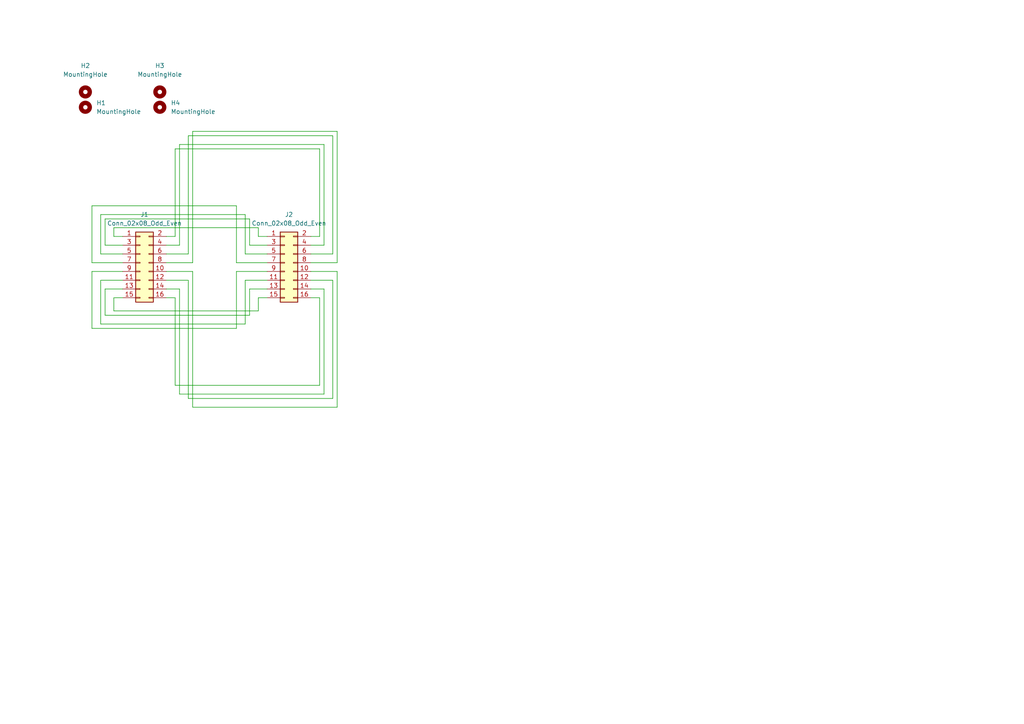
<source format=kicad_sch>
(kicad_sch (version 20211123) (generator eeschema)
  (paper "A4")
  (lib_symbols
    (symbol "Connector_Generic:Conn_02x08_Odd_Even" (pin_names (offset 1.016) hide)
      (property "Reference" "J" (at 1.27 10.16 0))
      (property "Value" "Conn_02x08_Odd_Even" (at 1.27 -12.7 0))
      (symbol "Conn_02x08_Odd_Even_1_1"
        (rectangle (start -1.27 -10.033) (end 0 -10.287) (stroke (width 0.1524)))
        (rectangle (start -1.27 -7.493) (end 0 -7.747) (stroke (width 0.1524)))
        (rectangle (start -1.27 -4.953) (end 0 -5.207) (stroke (width 0.1524)))
        (rectangle (start -1.27 -2.413) (end 0 -2.667) (stroke (width 0.1524)))
        (rectangle (start -1.27 0.127) (end 0 -0.127) (stroke (width 0.1524)))
        (rectangle (start -1.27 2.667) (end 0 2.413) (stroke (width 0.1524)))
        (rectangle (start -1.27 5.207) (end 0 4.953) (stroke (width 0.1524)))
        (rectangle (start -1.27 7.747) (end 0 7.493) (stroke (width 0.1524)))
        (rectangle (start -1.27 8.89) (end 3.81 -11.43) (stroke (width 0.254)) (fill (type background)))
        (rectangle (start 3.81 -10.033) (end 2.54 -10.287) (stroke (width 0.1524)))
        (rectangle (start 3.81 -7.493) (end 2.54 -7.747) (stroke (width 0.1524)))
        (rectangle (start 3.81 -4.953) (end 2.54 -5.207) (stroke (width 0.1524)))
        (rectangle (start 3.81 -2.413) (end 2.54 -2.667) (stroke (width 0.1524)))
        (rectangle (start 3.81 0.127) (end 2.54 -0.127) (stroke (width 0.1524)))
        (rectangle (start 3.81 2.667) (end 2.54 2.413) (stroke (width 0.1524)))
        (rectangle (start 3.81 5.207) (end 2.54 4.953) (stroke (width 0.1524)))
        (rectangle (start 3.81 7.747) (end 2.54 7.493) (stroke (width 0.1524)))
        (pin passive line (at -5.08 7.62 0) (length 3.81) (name "Pin_1") (number "1"))
        (pin passive line (at 7.62 -2.54 180) (length 3.81) (name "Pin_10") (number "10"))
        (pin passive line (at -5.08 -5.08 0) (length 3.81) (name "Pin_11") (number "11"))
        (pin passive line (at 7.62 -5.08 180) (length 3.81) (name "Pin_12") (number "12"))
        (pin passive line (at -5.08 -7.62 0) (length 3.81) (name "Pin_13") (number "13"))
        (pin passive line (at 7.62 -7.62 180) (length 3.81) (name "Pin_14") (number "14"))
        (pin passive line (at -5.08 -10.16 0) (length 3.81) (name "Pin_15") (number "15"))
        (pin passive line (at 7.62 -10.16 180) (length 3.81) (name "Pin_16") (number "16"))
        (pin passive line (at 7.62 7.62 180) (length 3.81) (name "Pin_2") (number "2"))
        (pin passive line (at -5.08 5.08 0) (length 3.81) (name "Pin_3") (number "3"))
        (pin passive line (at 7.62 5.08 180) (length 3.81) (name "Pin_4") (number "4"))
        (pin passive line (at -5.08 2.54 0) (length 3.81) (name "Pin_5") (number "5"))
        (pin passive line (at 7.62 2.54 180) (length 3.81) (name "Pin_6") (number "6"))
        (pin passive line (at -5.08 0 0) (length 3.81) (name "Pin_7") (number "7"))
        (pin passive line (at 7.62 0 180) (length 3.81) (name "Pin_8") (number "8"))
        (pin passive line (at -5.08 -2.54 0) (length 3.81) (name "Pin_9") (number "9"))
      )
    )
    (symbol "Mechanical:MountingHole" (pin_names (offset 1.016))
      (property "Reference" "H" (at 0 5.08 0))
      (property "Value" "MountingHole" (at 0 3.175 0))
      (symbol "MountingHole_0_1"
        (circle (center 0 0) (radius 1.27) (stroke (width 1.27)))
      )
    )
  )
  (wire (pts (xy 71.12 81.28) (xy 71.12 93.98)))
  (wire (pts (xy 33.02 66.04) (xy 33.02 68.58)))
  (wire (pts (xy 77.47 83.82) (xy 72.39 83.82)))
  (wire (pts (xy 48.26 86.36) (xy 50.8 86.36)))
  (wire (pts (xy 77.47 78.74) (xy 68.58 78.74)))
  (wire (pts (xy 35.56 81.28) (xy 29.21 81.28)))
  (wire (pts (xy 35.56 86.36) (xy 33.02 86.36)))
  (wire (pts (xy 26.67 95.25) (xy 26.67 78.74)))
  (wire (pts (xy 77.47 76.2) (xy 68.58 76.2)))
  (wire (pts (xy 92.71 86.36) (xy 92.71 111.76)))
  (wire (pts (xy 33.02 86.36) (xy 33.02 90.17)))
  (wire (pts (xy 35.56 68.58) (xy 33.02 68.58)))
  (wire (pts (xy 90.17 76.2) (xy 97.79 76.2)))
  (wire (pts (xy 52.07 114.3) (xy 93.98 114.3)))
  (wire (pts (xy 55.88 38.1) (xy 97.79 38.1)))
  (wire (pts (xy 92.71 43.18) (xy 50.8 43.18)))
  (wire (pts (xy 90.17 86.36) (xy 92.71 86.36)))
  (wire (pts (xy 97.79 78.74) (xy 97.79 118.11)))
  (wire (pts (xy 72.39 83.82) (xy 72.39 91.44)))
  (wire (pts (xy 35.56 78.74) (xy 26.67 78.74)))
  (wire (pts (xy 35.56 83.82) (xy 30.48 83.82)))
  (wire (pts (xy 72.39 63.5) (xy 72.39 71.12)))
  (wire (pts (xy 29.21 93.98) (xy 29.21 81.28)))
  (wire (pts (xy 48.26 81.28) (xy 54.61 81.28)))
  (wire (pts (xy 30.48 63.5) (xy 30.48 71.12)))
  (wire (pts (xy 77.47 73.66) (xy 71.12 73.66)))
  (wire (pts (xy 48.26 83.82) (xy 52.07 83.82)))
  (wire (pts (xy 90.17 83.82) (xy 93.98 83.82)))
  (wire (pts (xy 33.02 66.04) (xy 74.93 66.04)))
  (wire (pts (xy 50.8 86.36) (xy 50.8 111.76)))
  (wire (pts (xy 52.07 71.12) (xy 52.07 41.91)))
  (wire (pts (xy 30.48 91.44) (xy 30.48 83.82)))
  (wire (pts (xy 90.17 78.74) (xy 97.79 78.74)))
  (wire (pts (xy 48.26 71.12) (xy 52.07 71.12)))
  (wire (pts (xy 92.71 68.58) (xy 92.71 43.18)))
  (wire (pts (xy 71.12 93.98) (xy 29.21 93.98)))
  (wire (pts (xy 97.79 76.2) (xy 97.79 38.1)))
  (wire (pts (xy 93.98 83.82) (xy 93.98 114.3)))
  (wire (pts (xy 52.07 41.91) (xy 93.98 41.91)))
  (wire (pts (xy 96.52 73.66) (xy 96.52 39.37)))
  (wire (pts (xy 68.58 59.69) (xy 68.58 76.2)))
  (wire (pts (xy 54.61 115.57) (xy 96.52 115.57)))
  (wire (pts (xy 54.61 73.66) (xy 54.61 39.37)))
  (wire (pts (xy 92.71 111.76) (xy 50.8 111.76)))
  (wire (pts (xy 50.8 68.58) (xy 50.8 43.18)))
  (wire (pts (xy 33.02 90.17) (xy 74.93 90.17)))
  (wire (pts (xy 71.12 62.23) (xy 29.21 62.23)))
  (wire (pts (xy 74.93 90.17) (xy 74.93 86.36)))
  (wire (pts (xy 55.88 118.11) (xy 97.79 118.11)))
  (wire (pts (xy 35.56 76.2) (xy 26.67 76.2)))
  (wire (pts (xy 72.39 63.5) (xy 30.48 63.5)))
  (wire (pts (xy 96.52 81.28) (xy 96.52 115.57)))
  (wire (pts (xy 55.88 76.2) (xy 55.88 38.1)))
  (wire (pts (xy 26.67 59.69) (xy 26.67 76.2)))
  (wire (pts (xy 74.93 66.04) (xy 74.93 68.58)))
  (wire (pts (xy 90.17 81.28) (xy 96.52 81.28)))
  (wire (pts (xy 29.21 62.23) (xy 29.21 73.66)))
  (wire (pts (xy 90.17 71.12) (xy 93.98 71.12)))
  (wire (pts (xy 55.88 78.74) (xy 55.88 118.11)))
  (wire (pts (xy 35.56 73.66) (xy 29.21 73.66)))
  (wire (pts (xy 90.17 73.66) (xy 96.52 73.66)))
  (wire (pts (xy 48.26 73.66) (xy 54.61 73.66)))
  (wire (pts (xy 77.47 71.12) (xy 72.39 71.12)))
  (wire (pts (xy 48.26 68.58) (xy 50.8 68.58)))
  (wire (pts (xy 71.12 62.23) (xy 71.12 73.66)))
  (wire (pts (xy 54.61 81.28) (xy 54.61 115.57)))
  (wire (pts (xy 77.47 68.58) (xy 74.93 68.58)))
  (wire (pts (xy 77.47 81.28) (xy 71.12 81.28)))
  (wire (pts (xy 77.47 86.36) (xy 74.93 86.36)))
  (wire (pts (xy 35.56 71.12) (xy 30.48 71.12)))
  (wire (pts (xy 54.61 39.37) (xy 96.52 39.37)))
  (wire (pts (xy 90.17 68.58) (xy 92.71 68.58)))
  (wire (pts (xy 52.07 83.82) (xy 52.07 114.3)))
  (wire (pts (xy 48.26 76.2) (xy 55.88 76.2)))
  (wire (pts (xy 68.58 59.69) (xy 26.67 59.69)))
  (wire (pts (xy 48.26 78.74) (xy 55.88 78.74)))
  (wire (pts (xy 68.58 95.25) (xy 26.67 95.25)))
  (wire (pts (xy 68.58 78.74) (xy 68.58 95.25)))
  (wire (pts (xy 93.98 71.12) (xy 93.98 41.91)))
  (wire (pts (xy 72.39 91.44) (xy 30.48 91.44)))
  (symbol (lib_id "Connector_Generic:Conn_02x08_Odd_Even") (at 82.55 76.2 0) (unit 1)
    (property "Reference" "J2" (at 83.82 62.23 0))
    (property "Value" "Conn_02x08_Odd_Even" (at 83.82 64.77 0))
    (property "Footprint" "Connector_PinHeader_2.54mm:PinHeader_2x08_P2.54mm_Vertical" (effects hide))
  )
  (symbol (lib_id "Connector_Generic:Conn_02x08_Odd_Even") (at 40.64 76.2 0) (unit 1)
    (property "Reference" "J1" (at 41.91 62.23 0))
    (property "Value" "Conn_02x08_Odd_Even" (at 41.91 64.77 0))
    (property "Footprint" "Connector_Wire:PinHeader_2x08_P2.54mm_Vertical" (effects hide))
  )
  (symbol (lib_id "Mechanical:MountingHole") (at 46.355 26.67 0) (unit 1)
    (property "Reference" "H3" (at 46.355 19.05 0))
    (property "Value" "MountingHole" (at 46.355 21.59 0))
    (property "Footprint" "MountingHole:MountingHole_2.5mm" (effects hide))
  )
  (symbol (lib_id "Mechanical:MountingHole") (at 46.355 31.115 0) (unit 1)
    (property "Reference" "H4" (at 49.53 29.8449 0) (effects (justify left)))
    (property "Value" "MountingHole" (at 49.53 32.3849 0) (effects (justify left)))
    (property "Footprint" "MountingHole:MountingHole_2.5mm" (effects hide))
  )
  (symbol (lib_id "Mechanical:MountingHole") (at 24.765 26.67 0) (unit 1)
    (property "Reference" "H2" (at 24.765 19.05 0))
    (property "Value" "MountingHole" (at 24.765 21.59 0))
    (property "Footprint" "MountingHole:MountingHole_2.5mm" (effects hide))
  )
  (symbol (lib_id "Mechanical:MountingHole") (at 24.765 31.115 0) (unit 1)
    (property "Reference" "H1" (at 27.94 29.8449 0) (effects (justify left)))
    (property "Value" "MountingHole" (at 27.94 32.3849 0) (effects (justify left)))
    (property "Footprint" "MountingHole:MountingHole_2.5mm" (effects hide))
  )
)
</source>
